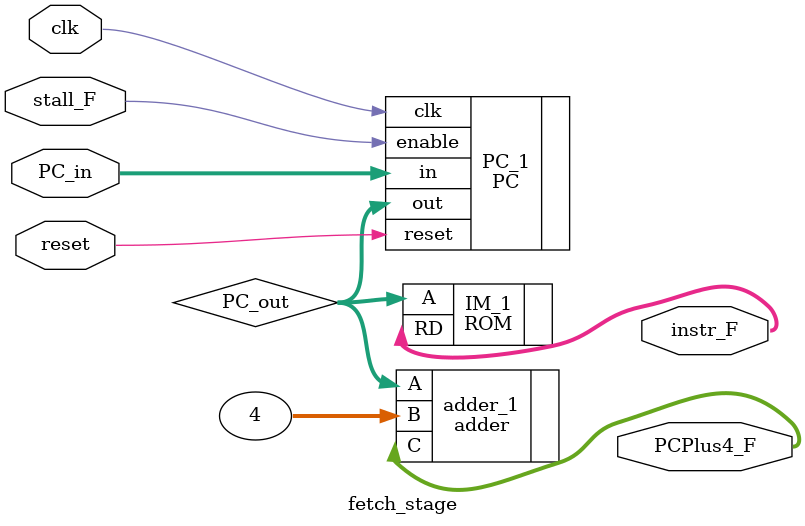
<source format=v>
/*
* Module: Program Counter
* File Name: fetch_stage.v
* Description: Unit updated at the rising edge of the clock. Contains the address of the instruction to execute. 
* Author: Mohamed Elshafie
*/

module fetch_stage (

    /************************ Input Ports ************************/
    input wire clk, stall_F, reset,
    input wire [31:0] PC_in,

    /************************ Output Ports ************************/
    output wire [31:0] instr_F, PCPlus4_F
);

/************************ Internal Signals ************************/
wire [31:0] PC_out;


/************************ Code Start ************************/
PC PC_1 (

    .in(PC_in),
    .reset(reset),
    .clk(clk),
    .enable(stall_F),
    .out(PC_out)
);

ROM IM_1 (
    .A(PC_out),
    .RD(instr_F)
);

adder adder_1 (
    .A(PC_out),
    .B(32'd4),
    .C(PCPlus4_F)
);


endmodule





</source>
